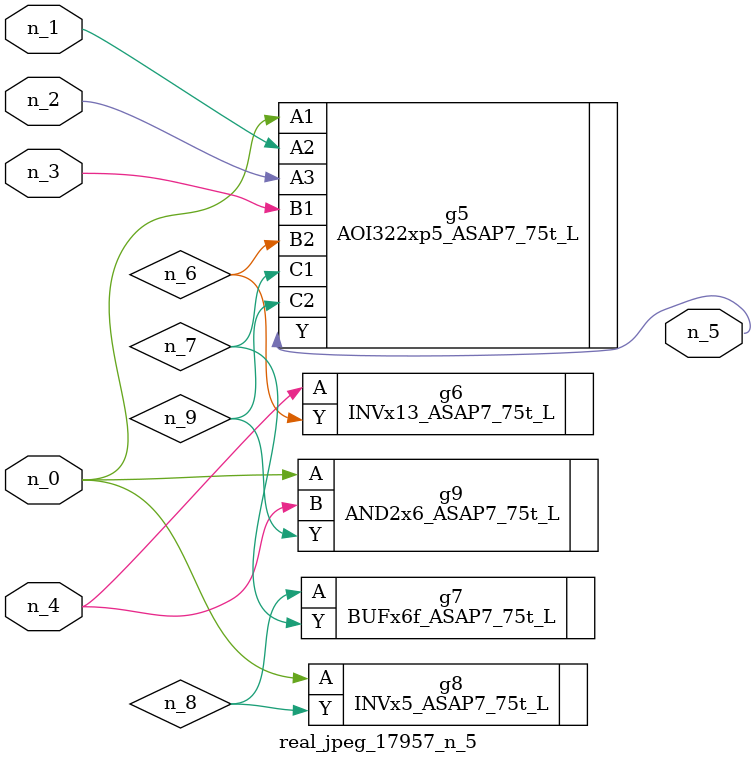
<source format=v>
module real_jpeg_17957_n_5 (n_4, n_0, n_1, n_2, n_3, n_5);

input n_4;
input n_0;
input n_1;
input n_2;
input n_3;

output n_5;

wire n_8;
wire n_6;
wire n_7;
wire n_9;

AOI322xp5_ASAP7_75t_L g5 ( 
.A1(n_0),
.A2(n_1),
.A3(n_2),
.B1(n_3),
.B2(n_6),
.C1(n_7),
.C2(n_9),
.Y(n_5)
);

INVx5_ASAP7_75t_L g8 ( 
.A(n_0),
.Y(n_8)
);

AND2x6_ASAP7_75t_L g9 ( 
.A(n_0),
.B(n_4),
.Y(n_9)
);

INVx13_ASAP7_75t_L g6 ( 
.A(n_4),
.Y(n_6)
);

BUFx6f_ASAP7_75t_L g7 ( 
.A(n_8),
.Y(n_7)
);


endmodule
</source>
